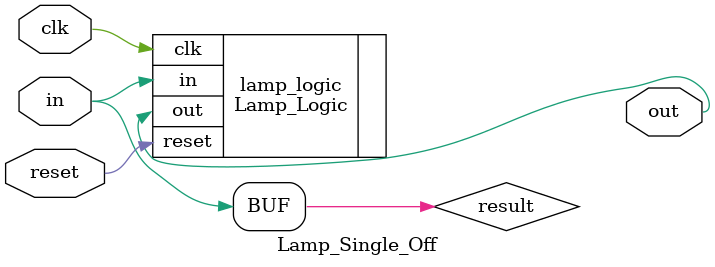
<source format=v>
module Lamp_Single_Off (
    input wire clk,            
    input wire reset,         
    input wire in,
    output wire out
);
    
    wire result = in;

    Lamp_Logic #( .INIT_VALUE(0) ) lamp_logic (
        .clk(clk),
        .reset(reset),
        .in(result),
        .out(out)
    );

endmodule
</source>
